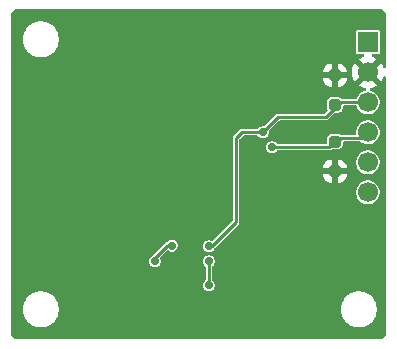
<source format=gbr>
%TF.GenerationSoftware,KiCad,Pcbnew,9.0.2*%
%TF.CreationDate,2025-06-11T21:50:26+08:00*%
%TF.ProjectId,imu,696d752e-6b69-4636-9164-5f7063625858,rev?*%
%TF.SameCoordinates,Original*%
%TF.FileFunction,Copper,L2,Bot*%
%TF.FilePolarity,Positive*%
%FSLAX46Y46*%
G04 Gerber Fmt 4.6, Leading zero omitted, Abs format (unit mm)*
G04 Created by KiCad (PCBNEW 9.0.2) date 2025-06-11 21:50:26*
%MOMM*%
%LPD*%
G01*
G04 APERTURE LIST*
G04 Aperture macros list*
%AMRoundRect*
0 Rectangle with rounded corners*
0 $1 Rounding radius*
0 $2 $3 $4 $5 $6 $7 $8 $9 X,Y pos of 4 corners*
0 Add a 4 corners polygon primitive as box body*
4,1,4,$2,$3,$4,$5,$6,$7,$8,$9,$2,$3,0*
0 Add four circle primitives for the rounded corners*
1,1,$1+$1,$2,$3*
1,1,$1+$1,$4,$5*
1,1,$1+$1,$6,$7*
1,1,$1+$1,$8,$9*
0 Add four rect primitives between the rounded corners*
20,1,$1+$1,$2,$3,$4,$5,0*
20,1,$1+$1,$4,$5,$6,$7,0*
20,1,$1+$1,$6,$7,$8,$9,0*
20,1,$1+$1,$8,$9,$2,$3,0*%
G04 Aperture macros list end*
%TA.AperFunction,ComponentPad*%
%ADD10R,1.700000X1.700000*%
%TD*%
%TA.AperFunction,ComponentPad*%
%ADD11C,1.700000*%
%TD*%
%TA.AperFunction,SMDPad,CuDef*%
%ADD12RoundRect,0.250000X-0.250000X0.250000X-0.250000X-0.250000X0.250000X-0.250000X0.250000X0.250000X0*%
%TD*%
%TA.AperFunction,SMDPad,CuDef*%
%ADD13RoundRect,0.250000X0.250000X-0.250000X0.250000X0.250000X-0.250000X0.250000X-0.250000X-0.250000X0*%
%TD*%
%TA.AperFunction,ViaPad*%
%ADD14C,0.800000*%
%TD*%
%TA.AperFunction,ViaPad*%
%ADD15C,0.700000*%
%TD*%
%TA.AperFunction,Conductor*%
%ADD16C,0.250000*%
%TD*%
G04 APERTURE END LIST*
D10*
%TO.P,J1,1,Pin_1*%
%TO.N,Net-(D1-A)*%
X89916000Y-21844000D03*
D11*
%TO.P,J1,2,Pin_2*%
%TO.N,GND*%
X89916000Y-24384000D03*
%TO.P,J1,3,Pin_3*%
%TO.N,SDA*%
X89916000Y-26924000D03*
%TO.P,J1,4,Pin_4*%
%TO.N,SCL*%
X89916000Y-29464000D03*
%TO.P,J1,5,Pin_5*%
%TO.N,INT0*%
X89916000Y-32004000D03*
%TO.P,J1,6,Pin_6*%
%TO.N,INT1*%
X89916000Y-34544000D03*
%TD*%
D12*
%TO.P,D5,1,A1*%
%TO.N,GND*%
X87122000Y-24658000D03*
%TO.P,D5,2,A2*%
%TO.N,SDA*%
X87122000Y-27158000D03*
%TD*%
D13*
%TO.P,D4,1,A1*%
%TO.N,GND*%
X87122000Y-32766000D03*
%TO.P,D4,2,A2*%
%TO.N,SCL*%
X87122000Y-30266000D03*
%TD*%
D14*
%TO.N,GND*%
X80264000Y-24130000D03*
X83312000Y-27178000D03*
X74168000Y-35560000D03*
X65024000Y-21082000D03*
X74168000Y-34036000D03*
X76454000Y-30988000D03*
X87376000Y-39370000D03*
X80010000Y-37084000D03*
X77216000Y-35560000D03*
X84836000Y-29464000D03*
X70358000Y-42418000D03*
X78740000Y-42418000D03*
X65024000Y-30226000D03*
X81280000Y-40132000D03*
X69342000Y-39370000D03*
X87376000Y-42418000D03*
X69342000Y-36322000D03*
X83312000Y-39370000D03*
X81280000Y-20066000D03*
X83566000Y-34036000D03*
X65024000Y-36322000D03*
X83312000Y-24130000D03*
X83312000Y-36322000D03*
X77724000Y-25908000D03*
X65024000Y-27178000D03*
X68072000Y-24130000D03*
X89408000Y-39370000D03*
X77216000Y-34036000D03*
X85852000Y-23876000D03*
X88138000Y-23368000D03*
X74422000Y-20066000D03*
X82550000Y-42418000D03*
X65024000Y-24130000D03*
X71120000Y-24130000D03*
X69342000Y-33274000D03*
X90043000Y-37719000D03*
X74168000Y-27940000D03*
X65024000Y-33274000D03*
D15*
%TO.N,+3V3*%
X76454000Y-42418000D03*
X76454000Y-40386000D03*
%TO.N,SDA*%
X81026000Y-29464000D03*
X76454000Y-39116000D03*
%TO.N,SCL*%
X81788000Y-30734000D03*
%TO.N,INT1*%
X73310293Y-39071000D03*
X71877347Y-40390653D03*
%TD*%
D16*
%TO.N,+3V3*%
X76454000Y-40386000D02*
X76454000Y-42418000D01*
%TO.N,SDA*%
X89916000Y-26924000D02*
X87610000Y-26924000D01*
X87610000Y-26924000D02*
X87376000Y-27158000D01*
X76708000Y-39116000D02*
X78740000Y-37084000D01*
X78740000Y-37084000D02*
X78740000Y-29972000D01*
X87376000Y-27158000D02*
X86340000Y-28194000D01*
X82296000Y-28194000D02*
X81026000Y-29464000D01*
X86340000Y-28194000D02*
X82296000Y-28194000D01*
X79248000Y-29464000D02*
X81026000Y-29464000D01*
X78740000Y-29972000D02*
X79248000Y-29464000D01*
X76454000Y-39116000D02*
X76708000Y-39116000D01*
%TO.N,SCL*%
X87082000Y-30266000D02*
X87376000Y-30266000D01*
X87670000Y-29972000D02*
X89408000Y-29972000D01*
X86614000Y-30734000D02*
X87082000Y-30266000D01*
X87376000Y-30266000D02*
X87670000Y-29972000D01*
X89408000Y-29972000D02*
X89916000Y-29464000D01*
X81788000Y-30734000D02*
X86614000Y-30734000D01*
%TO.N,INT1*%
X73310293Y-39071000D02*
X72898000Y-39071000D01*
X71877347Y-40091653D02*
X71877347Y-40390653D01*
X72898000Y-39071000D02*
X71877347Y-40091653D01*
%TD*%
%TA.AperFunction,Conductor*%
%TO.N,GND*%
G36*
X90948059Y-19051061D02*
G01*
X91053223Y-19064906D01*
X91084491Y-19073284D01*
X91174918Y-19110740D01*
X91202952Y-19126925D01*
X91280602Y-19186509D01*
X91303491Y-19209398D01*
X91363074Y-19287048D01*
X91379259Y-19315081D01*
X91416715Y-19405508D01*
X91425093Y-19436775D01*
X91438939Y-19541939D01*
X91440000Y-19558125D01*
X91440000Y-23922791D01*
X91420315Y-23989830D01*
X91367511Y-24035585D01*
X91298353Y-24045529D01*
X91234797Y-24016504D01*
X91198069Y-23961109D01*
X91167095Y-23865782D01*
X91070624Y-23676449D01*
X91031270Y-23622282D01*
X91031269Y-23622282D01*
X90398962Y-24254590D01*
X90381925Y-24191007D01*
X90316099Y-24076993D01*
X90223007Y-23983901D01*
X90108993Y-23918075D01*
X90045409Y-23901037D01*
X90677716Y-23268728D01*
X90623550Y-23229375D01*
X90434217Y-23132904D01*
X90291186Y-23086431D01*
X90233511Y-23046994D01*
X90206312Y-22982635D01*
X90218227Y-22913789D01*
X90265471Y-22862313D01*
X90329504Y-22844500D01*
X90780822Y-22844500D01*
X90824717Y-22835768D01*
X90824717Y-22835767D01*
X90824722Y-22835767D01*
X90874504Y-22802504D01*
X90907767Y-22752722D01*
X90916500Y-22708820D01*
X90916500Y-20979180D01*
X90916500Y-20979177D01*
X90907768Y-20935282D01*
X90907767Y-20935281D01*
X90907767Y-20935278D01*
X90874504Y-20885496D01*
X90862374Y-20877391D01*
X90824724Y-20852234D01*
X90824717Y-20852231D01*
X90780822Y-20843500D01*
X90780820Y-20843500D01*
X89051180Y-20843500D01*
X89051178Y-20843500D01*
X89007282Y-20852231D01*
X89007275Y-20852234D01*
X88957496Y-20885495D01*
X88957495Y-20885496D01*
X88924234Y-20935275D01*
X88924231Y-20935282D01*
X88915500Y-20979177D01*
X88915500Y-20979180D01*
X88915500Y-22708820D01*
X88915500Y-22708822D01*
X88915499Y-22708822D01*
X88924231Y-22752717D01*
X88924232Y-22752721D01*
X88924233Y-22752722D01*
X88957496Y-22802504D01*
X89007278Y-22835767D01*
X89007281Y-22835767D01*
X89007282Y-22835768D01*
X89051177Y-22844500D01*
X89502496Y-22844500D01*
X89569535Y-22864185D01*
X89615290Y-22916989D01*
X89625234Y-22986147D01*
X89596209Y-23049703D01*
X89540814Y-23086431D01*
X89397782Y-23132904D01*
X89208439Y-23229380D01*
X89154282Y-23268727D01*
X89154282Y-23268728D01*
X89786591Y-23901037D01*
X89723007Y-23918075D01*
X89608993Y-23983901D01*
X89515901Y-24076993D01*
X89450075Y-24191007D01*
X89433037Y-24254591D01*
X88800728Y-23622282D01*
X88800727Y-23622282D01*
X88761380Y-23676439D01*
X88664904Y-23865782D01*
X88599242Y-24067869D01*
X88599242Y-24067872D01*
X88566000Y-24277753D01*
X88566000Y-24490246D01*
X88599242Y-24700127D01*
X88599242Y-24700130D01*
X88664904Y-24902217D01*
X88761375Y-25091550D01*
X88800728Y-25145716D01*
X89433037Y-24513408D01*
X89450075Y-24576993D01*
X89515901Y-24691007D01*
X89608993Y-24784099D01*
X89723007Y-24849925D01*
X89786590Y-24866962D01*
X89154282Y-25499269D01*
X89154282Y-25499270D01*
X89208449Y-25538624D01*
X89397782Y-25635095D01*
X89599865Y-25700755D01*
X89658587Y-25710056D01*
X89721722Y-25739985D01*
X89758654Y-25799297D01*
X89757656Y-25869159D01*
X89719047Y-25927392D01*
X89663384Y-25954147D01*
X89624167Y-25961948D01*
X89624160Y-25961950D01*
X89442092Y-26037364D01*
X89442079Y-26037371D01*
X89278218Y-26146860D01*
X89278214Y-26146863D01*
X89138863Y-26286214D01*
X89138860Y-26286218D01*
X89029371Y-26450079D01*
X89029366Y-26450088D01*
X88978889Y-26571953D01*
X88935048Y-26626356D01*
X88868754Y-26648421D01*
X88864328Y-26648500D01*
X87730254Y-26648500D01*
X87663215Y-26628815D01*
X87642572Y-26612180D01*
X87610346Y-26579953D01*
X87610344Y-26579952D01*
X87610342Y-26579950D01*
X87533517Y-26540805D01*
X87497301Y-26522352D01*
X87403524Y-26507500D01*
X86840482Y-26507500D01*
X86759519Y-26520323D01*
X86746696Y-26522354D01*
X86633658Y-26579950D01*
X86633657Y-26579951D01*
X86633652Y-26579954D01*
X86543954Y-26669652D01*
X86543951Y-26669657D01*
X86486352Y-26782698D01*
X86471500Y-26876475D01*
X86471500Y-27439517D01*
X86486354Y-27533306D01*
X86487554Y-27535660D01*
X86488149Y-27538831D01*
X86489370Y-27542588D01*
X86488884Y-27542745D01*
X86500449Y-27604330D01*
X86474171Y-27669070D01*
X86464750Y-27679634D01*
X86262202Y-27882182D01*
X86200882Y-27915666D01*
X86174523Y-27918500D01*
X82241198Y-27918500D01*
X82169599Y-27948158D01*
X82139939Y-27960443D01*
X81173203Y-28927181D01*
X81111880Y-28960666D01*
X81085522Y-28963500D01*
X80960108Y-28963500D01*
X80832812Y-28997608D01*
X80718686Y-29063500D01*
X80718683Y-29063502D01*
X80630005Y-29152181D01*
X80568682Y-29185666D01*
X80542324Y-29188500D01*
X79193197Y-29188500D01*
X79121771Y-29218087D01*
X79121770Y-29218087D01*
X79091946Y-29230440D01*
X79091938Y-29230445D01*
X78583942Y-29738443D01*
X78506444Y-29815940D01*
X78464500Y-29917199D01*
X78464500Y-36918522D01*
X78444815Y-36985561D01*
X78428181Y-37006203D01*
X76801694Y-38632689D01*
X76740371Y-38666174D01*
X76670679Y-38661190D01*
X76652019Y-38652398D01*
X76647186Y-38649608D01*
X76519892Y-38615500D01*
X76388108Y-38615500D01*
X76260812Y-38649608D01*
X76146686Y-38715500D01*
X76146683Y-38715502D01*
X76053502Y-38808683D01*
X76053500Y-38808686D01*
X75987608Y-38922812D01*
X75953500Y-39050108D01*
X75953500Y-39181891D01*
X75987608Y-39309187D01*
X75987610Y-39309190D01*
X76053500Y-39423314D01*
X76146686Y-39516500D01*
X76260814Y-39582392D01*
X76388108Y-39616500D01*
X76388110Y-39616500D01*
X76519890Y-39616500D01*
X76519892Y-39616500D01*
X76647186Y-39582392D01*
X76761314Y-39516500D01*
X76854500Y-39423314D01*
X76920392Y-39309186D01*
X76920394Y-39309176D01*
X76922235Y-39304734D01*
X76949119Y-39264496D01*
X77643115Y-38570500D01*
X78973557Y-37240058D01*
X79015500Y-37138800D01*
X79015500Y-34642543D01*
X88915499Y-34642543D01*
X88953947Y-34835829D01*
X88953950Y-34835839D01*
X89029364Y-35017907D01*
X89029371Y-35017920D01*
X89138860Y-35181781D01*
X89138863Y-35181785D01*
X89278214Y-35321136D01*
X89278218Y-35321139D01*
X89442079Y-35430628D01*
X89442092Y-35430635D01*
X89624160Y-35506049D01*
X89624165Y-35506051D01*
X89624169Y-35506051D01*
X89624170Y-35506052D01*
X89817456Y-35544500D01*
X89817459Y-35544500D01*
X90014543Y-35544500D01*
X90144582Y-35518632D01*
X90207835Y-35506051D01*
X90389914Y-35430632D01*
X90553782Y-35321139D01*
X90693139Y-35181782D01*
X90802632Y-35017914D01*
X90878051Y-34835835D01*
X90916500Y-34642541D01*
X90916500Y-34445459D01*
X90916500Y-34445456D01*
X90878052Y-34252170D01*
X90878051Y-34252169D01*
X90878051Y-34252165D01*
X90878049Y-34252160D01*
X90802635Y-34070092D01*
X90802628Y-34070079D01*
X90693139Y-33906218D01*
X90693136Y-33906214D01*
X90553785Y-33766863D01*
X90553781Y-33766860D01*
X90389920Y-33657371D01*
X90389907Y-33657364D01*
X90207839Y-33581950D01*
X90207829Y-33581947D01*
X90014543Y-33543500D01*
X90014541Y-33543500D01*
X89817459Y-33543500D01*
X89817457Y-33543500D01*
X89624170Y-33581947D01*
X89624160Y-33581950D01*
X89442092Y-33657364D01*
X89442079Y-33657371D01*
X89278218Y-33766860D01*
X89278214Y-33766863D01*
X89138863Y-33906214D01*
X89138860Y-33906218D01*
X89029371Y-34070079D01*
X89029364Y-34070092D01*
X88953950Y-34252160D01*
X88953947Y-34252170D01*
X88915500Y-34445456D01*
X88915500Y-34445459D01*
X88915500Y-34642541D01*
X88915500Y-34642543D01*
X88915499Y-34642543D01*
X79015500Y-34642543D01*
X79015500Y-33065986D01*
X86122001Y-33065986D01*
X86132494Y-33168697D01*
X86187641Y-33335119D01*
X86187643Y-33335124D01*
X86279684Y-33484345D01*
X86403654Y-33608315D01*
X86552875Y-33700356D01*
X86552880Y-33700358D01*
X86719302Y-33755505D01*
X86719309Y-33755506D01*
X86822019Y-33765999D01*
X87372000Y-33765999D01*
X87421972Y-33765999D01*
X87421986Y-33765998D01*
X87524697Y-33755505D01*
X87691119Y-33700358D01*
X87691124Y-33700356D01*
X87840345Y-33608315D01*
X87964315Y-33484345D01*
X88056356Y-33335124D01*
X88056358Y-33335119D01*
X88111505Y-33168697D01*
X88111506Y-33168690D01*
X88121999Y-33065986D01*
X88122000Y-33065973D01*
X88122000Y-33016000D01*
X87372000Y-33016000D01*
X87372000Y-33765999D01*
X86822019Y-33765999D01*
X86871999Y-33765998D01*
X86872000Y-33765998D01*
X86872000Y-33016000D01*
X86122001Y-33016000D01*
X86122001Y-33065986D01*
X79015500Y-33065986D01*
X79015500Y-32466013D01*
X86122000Y-32466013D01*
X86122000Y-32516000D01*
X86872000Y-32516000D01*
X87372000Y-32516000D01*
X88121999Y-32516000D01*
X88121999Y-32466028D01*
X88121998Y-32466013D01*
X88111505Y-32363302D01*
X88056358Y-32196880D01*
X88056356Y-32196875D01*
X87998171Y-32102543D01*
X88915499Y-32102543D01*
X88953947Y-32295829D01*
X88953950Y-32295839D01*
X89029364Y-32477907D01*
X89029371Y-32477920D01*
X89138860Y-32641781D01*
X89138863Y-32641785D01*
X89278214Y-32781136D01*
X89278218Y-32781139D01*
X89442079Y-32890628D01*
X89442092Y-32890635D01*
X89624160Y-32966049D01*
X89624165Y-32966051D01*
X89624169Y-32966051D01*
X89624170Y-32966052D01*
X89817456Y-33004500D01*
X89817459Y-33004500D01*
X90014543Y-33004500D01*
X90144582Y-32978632D01*
X90207835Y-32966051D01*
X90389914Y-32890632D01*
X90553782Y-32781139D01*
X90693139Y-32641782D01*
X90802632Y-32477914D01*
X90878051Y-32295835D01*
X90916500Y-32102541D01*
X90916500Y-31905459D01*
X90916500Y-31905456D01*
X90878052Y-31712170D01*
X90878051Y-31712169D01*
X90878051Y-31712165D01*
X90878049Y-31712160D01*
X90802635Y-31530092D01*
X90802628Y-31530079D01*
X90693139Y-31366218D01*
X90693136Y-31366214D01*
X90553785Y-31226863D01*
X90553781Y-31226860D01*
X90389920Y-31117371D01*
X90389907Y-31117364D01*
X90207839Y-31041950D01*
X90207829Y-31041947D01*
X90014543Y-31003500D01*
X90014541Y-31003500D01*
X89817459Y-31003500D01*
X89817457Y-31003500D01*
X89624170Y-31041947D01*
X89624160Y-31041950D01*
X89442092Y-31117364D01*
X89442079Y-31117371D01*
X89278218Y-31226860D01*
X89278214Y-31226863D01*
X89138863Y-31366214D01*
X89138860Y-31366218D01*
X89029371Y-31530079D01*
X89029364Y-31530092D01*
X88953950Y-31712160D01*
X88953947Y-31712170D01*
X88915500Y-31905456D01*
X88915500Y-31905459D01*
X88915500Y-32102541D01*
X88915500Y-32102543D01*
X88915499Y-32102543D01*
X87998171Y-32102543D01*
X87964315Y-32047654D01*
X87840345Y-31923684D01*
X87691124Y-31831643D01*
X87691119Y-31831641D01*
X87524697Y-31776494D01*
X87524690Y-31776493D01*
X87421986Y-31766000D01*
X87372000Y-31766000D01*
X87372000Y-32516000D01*
X86872000Y-32516000D01*
X86872000Y-31766000D01*
X86871999Y-31765999D01*
X86822029Y-31766000D01*
X86822011Y-31766001D01*
X86719302Y-31776494D01*
X86552880Y-31831641D01*
X86552875Y-31831643D01*
X86403654Y-31923684D01*
X86279684Y-32047654D01*
X86187643Y-32196875D01*
X86187641Y-32196880D01*
X86132494Y-32363302D01*
X86132493Y-32363309D01*
X86122000Y-32466013D01*
X79015500Y-32466013D01*
X79015500Y-30668108D01*
X81287500Y-30668108D01*
X81287500Y-30799892D01*
X81299332Y-30844050D01*
X81321608Y-30927187D01*
X81336409Y-30952822D01*
X81387500Y-31041314D01*
X81480686Y-31134500D01*
X81594814Y-31200392D01*
X81722108Y-31234500D01*
X81722110Y-31234500D01*
X81853890Y-31234500D01*
X81853892Y-31234500D01*
X81981186Y-31200392D01*
X82095314Y-31134500D01*
X82183995Y-31045819D01*
X82245318Y-31012334D01*
X82271676Y-31009500D01*
X86668799Y-31009500D01*
X86668800Y-31009500D01*
X86770058Y-30967557D01*
X86784794Y-30952819D01*
X86846113Y-30919334D01*
X86872467Y-30916499D01*
X87403518Y-30916499D01*
X87497304Y-30901646D01*
X87610342Y-30844050D01*
X87700050Y-30754342D01*
X87757646Y-30641304D01*
X87757646Y-30641302D01*
X87757647Y-30641301D01*
X87772499Y-30547524D01*
X87772500Y-30547519D01*
X87772499Y-30371499D01*
X87792183Y-30304461D01*
X87844987Y-30258706D01*
X87896499Y-30247500D01*
X89250123Y-30247500D01*
X89317162Y-30267185D01*
X89319014Y-30268398D01*
X89442079Y-30350628D01*
X89442092Y-30350635D01*
X89564987Y-30401539D01*
X89624165Y-30426051D01*
X89624169Y-30426051D01*
X89624170Y-30426052D01*
X89817456Y-30464500D01*
X89817459Y-30464500D01*
X90014543Y-30464500D01*
X90144582Y-30438632D01*
X90207835Y-30426051D01*
X90389914Y-30350632D01*
X90553782Y-30241139D01*
X90693139Y-30101782D01*
X90802632Y-29937914D01*
X90878051Y-29755835D01*
X90903011Y-29630354D01*
X90916500Y-29562543D01*
X90916500Y-29365456D01*
X90878052Y-29172170D01*
X90878051Y-29172169D01*
X90878051Y-29172165D01*
X90878049Y-29172160D01*
X90802635Y-28990092D01*
X90802628Y-28990079D01*
X90693139Y-28826218D01*
X90693136Y-28826214D01*
X90553785Y-28686863D01*
X90553781Y-28686860D01*
X90389920Y-28577371D01*
X90389907Y-28577364D01*
X90207839Y-28501950D01*
X90207829Y-28501947D01*
X90014543Y-28463500D01*
X90014541Y-28463500D01*
X89817459Y-28463500D01*
X89817457Y-28463500D01*
X89624170Y-28501947D01*
X89624160Y-28501950D01*
X89442092Y-28577364D01*
X89442079Y-28577371D01*
X89278218Y-28686860D01*
X89278214Y-28686863D01*
X89138863Y-28826214D01*
X89138860Y-28826218D01*
X89029371Y-28990079D01*
X89029364Y-28990092D01*
X88953950Y-29172160D01*
X88953947Y-29172170D01*
X88915500Y-29365456D01*
X88915500Y-29568633D01*
X88913711Y-29568633D01*
X88902267Y-29628988D01*
X88854204Y-29679700D01*
X88791881Y-29696500D01*
X87656891Y-29696500D01*
X87600599Y-29682985D01*
X87497304Y-29630354D01*
X87497303Y-29630353D01*
X87497300Y-29630352D01*
X87497301Y-29630352D01*
X87403524Y-29615500D01*
X86840482Y-29615500D01*
X86759519Y-29628323D01*
X86746696Y-29630354D01*
X86633658Y-29687950D01*
X86633657Y-29687951D01*
X86633652Y-29687954D01*
X86543954Y-29777652D01*
X86543951Y-29777657D01*
X86486352Y-29890698D01*
X86471500Y-29984475D01*
X86471501Y-30334500D01*
X86451817Y-30401539D01*
X86399013Y-30447294D01*
X86347501Y-30458500D01*
X82271676Y-30458500D01*
X82204637Y-30438815D01*
X82183995Y-30422181D01*
X82095316Y-30333502D01*
X82095314Y-30333500D01*
X82038250Y-30300554D01*
X81981187Y-30267608D01*
X81882390Y-30241136D01*
X81853892Y-30233500D01*
X81722108Y-30233500D01*
X81594812Y-30267608D01*
X81480686Y-30333500D01*
X81480683Y-30333502D01*
X81387502Y-30426683D01*
X81387500Y-30426686D01*
X81321608Y-30540812D01*
X81319811Y-30547519D01*
X81287500Y-30668108D01*
X79015500Y-30668108D01*
X79015500Y-30137477D01*
X79035185Y-30070438D01*
X79051819Y-30049796D01*
X79325797Y-29775819D01*
X79387120Y-29742334D01*
X79413478Y-29739500D01*
X80542324Y-29739500D01*
X80609363Y-29759185D01*
X80630005Y-29775819D01*
X80718686Y-29864500D01*
X80832814Y-29930392D01*
X80960108Y-29964500D01*
X80960110Y-29964500D01*
X81091890Y-29964500D01*
X81091892Y-29964500D01*
X81219186Y-29930392D01*
X81333314Y-29864500D01*
X81426500Y-29771314D01*
X81492392Y-29657186D01*
X81526500Y-29529892D01*
X81526500Y-29404476D01*
X81546185Y-29337437D01*
X81562819Y-29316795D01*
X82373797Y-28505819D01*
X82435120Y-28472334D01*
X82461478Y-28469500D01*
X86394799Y-28469500D01*
X86394800Y-28469500D01*
X86496058Y-28427557D01*
X86573557Y-28350058D01*
X86573556Y-28350058D01*
X86632125Y-28291489D01*
X87078797Y-27844818D01*
X87140120Y-27811333D01*
X87166478Y-27808499D01*
X87403517Y-27808499D01*
X87403518Y-27808499D01*
X87497304Y-27793646D01*
X87610342Y-27736050D01*
X87700050Y-27646342D01*
X87757646Y-27533304D01*
X87757646Y-27533302D01*
X87757647Y-27533301D01*
X87772500Y-27439524D01*
X87772500Y-27323500D01*
X87792185Y-27256461D01*
X87844989Y-27210706D01*
X87896500Y-27199500D01*
X88864328Y-27199500D01*
X88931367Y-27219185D01*
X88977122Y-27271989D01*
X88978889Y-27276047D01*
X89029366Y-27397911D01*
X89029371Y-27397920D01*
X89138860Y-27561781D01*
X89138863Y-27561785D01*
X89278214Y-27701136D01*
X89278218Y-27701139D01*
X89442079Y-27810628D01*
X89442092Y-27810635D01*
X89614822Y-27882181D01*
X89624165Y-27886051D01*
X89624169Y-27886051D01*
X89624170Y-27886052D01*
X89817456Y-27924500D01*
X89817459Y-27924500D01*
X90014543Y-27924500D01*
X90144582Y-27898632D01*
X90207835Y-27886051D01*
X90389914Y-27810632D01*
X90553782Y-27701139D01*
X90693139Y-27561782D01*
X90802632Y-27397914D01*
X90878051Y-27215835D01*
X90916500Y-27022541D01*
X90916500Y-26825459D01*
X90916500Y-26825456D01*
X90878052Y-26632170D01*
X90878051Y-26632169D01*
X90878051Y-26632165D01*
X90856424Y-26579953D01*
X90802635Y-26450092D01*
X90802628Y-26450079D01*
X90693139Y-26286218D01*
X90693136Y-26286214D01*
X90553785Y-26146863D01*
X90553781Y-26146860D01*
X90389920Y-26037371D01*
X90389907Y-26037364D01*
X90207839Y-25961950D01*
X90207830Y-25961947D01*
X90168616Y-25954147D01*
X90106705Y-25921761D01*
X90072132Y-25861045D01*
X90075873Y-25791275D01*
X90116740Y-25734604D01*
X90173412Y-25710056D01*
X90232134Y-25700755D01*
X90434217Y-25635095D01*
X90623554Y-25538622D01*
X90677716Y-25499270D01*
X90677717Y-25499270D01*
X90045408Y-24866962D01*
X90108993Y-24849925D01*
X90223007Y-24784099D01*
X90316099Y-24691007D01*
X90381925Y-24576993D01*
X90398962Y-24513409D01*
X91031270Y-25145717D01*
X91031270Y-25145716D01*
X91070622Y-25091554D01*
X91167095Y-24902217D01*
X91198069Y-24806890D01*
X91237506Y-24749215D01*
X91301865Y-24722016D01*
X91370711Y-24733930D01*
X91422187Y-24781174D01*
X91440000Y-24845208D01*
X91440000Y-46481874D01*
X91438939Y-46498059D01*
X91438939Y-46498060D01*
X91425093Y-46603224D01*
X91416715Y-46634491D01*
X91379259Y-46724918D01*
X91363074Y-46752951D01*
X91303491Y-46830601D01*
X91280601Y-46853491D01*
X91202951Y-46913074D01*
X91174918Y-46929259D01*
X91084491Y-46966715D01*
X91053224Y-46975093D01*
X90959398Y-46987446D01*
X90948058Y-46988939D01*
X90931874Y-46990000D01*
X60198126Y-46990000D01*
X60181941Y-46988939D01*
X60168917Y-46987224D01*
X60076775Y-46975093D01*
X60045508Y-46966715D01*
X59955081Y-46929259D01*
X59927048Y-46913074D01*
X59849398Y-46853491D01*
X59826508Y-46830601D01*
X59766925Y-46752951D01*
X59750740Y-46724918D01*
X59713284Y-46634491D01*
X59704906Y-46603223D01*
X59691061Y-46498059D01*
X59690000Y-46481874D01*
X59690000Y-44449999D01*
X60703521Y-44449999D01*
X60705098Y-44469533D01*
X60705500Y-44479511D01*
X60705500Y-44569985D01*
X60720475Y-44664534D01*
X60720475Y-44664535D01*
X60723767Y-44685323D01*
X60724894Y-44694603D01*
X60726423Y-44702095D01*
X60729677Y-44722638D01*
X60729679Y-44722646D01*
X60743038Y-44806989D01*
X60774316Y-44903254D01*
X60774316Y-44903255D01*
X60781018Y-44923883D01*
X60783622Y-44932872D01*
X60785833Y-44938703D01*
X60792320Y-44958667D01*
X60817188Y-45035200D01*
X60817190Y-45035205D01*
X60865743Y-45130497D01*
X60876154Y-45150929D01*
X60879810Y-45158634D01*
X60882109Y-45162617D01*
X60891765Y-45181566D01*
X60926131Y-45249012D01*
X61007299Y-45360730D01*
X61010967Y-45366043D01*
X61012709Y-45368177D01*
X61067177Y-45443145D01*
X61067179Y-45443147D01*
X61172213Y-45548181D01*
X61173698Y-45549727D01*
X61174232Y-45550200D01*
X61236858Y-45612826D01*
X61288880Y-45650622D01*
X61414850Y-45742144D01*
X61430986Y-45753868D01*
X61430988Y-45753869D01*
X61644795Y-45862810D01*
X61873012Y-45936962D01*
X62110019Y-45974500D01*
X62110021Y-45974500D01*
X62349979Y-45974500D01*
X62349981Y-45974500D01*
X62586988Y-45936962D01*
X62815205Y-45862810D01*
X63029012Y-45753869D01*
X63223145Y-45612823D01*
X63392823Y-45443145D01*
X63533869Y-45249012D01*
X63642810Y-45035205D01*
X63716962Y-44806988D01*
X63717173Y-44805654D01*
X63754500Y-44569986D01*
X63754500Y-44449999D01*
X87627521Y-44449999D01*
X87629098Y-44469533D01*
X87629500Y-44479511D01*
X87629500Y-44569985D01*
X87644475Y-44664534D01*
X87644475Y-44664535D01*
X87647767Y-44685323D01*
X87648894Y-44694603D01*
X87650423Y-44702095D01*
X87653677Y-44722638D01*
X87653679Y-44722646D01*
X87667038Y-44806989D01*
X87698316Y-44903254D01*
X87698316Y-44903255D01*
X87705018Y-44923883D01*
X87707622Y-44932872D01*
X87709833Y-44938703D01*
X87716320Y-44958667D01*
X87741188Y-45035200D01*
X87741190Y-45035205D01*
X87789743Y-45130497D01*
X87800154Y-45150929D01*
X87803810Y-45158634D01*
X87806109Y-45162617D01*
X87815765Y-45181566D01*
X87850131Y-45249012D01*
X87931299Y-45360730D01*
X87934967Y-45366043D01*
X87936709Y-45368177D01*
X87991177Y-45443145D01*
X87991179Y-45443147D01*
X88096213Y-45548181D01*
X88097698Y-45549727D01*
X88098232Y-45550200D01*
X88160858Y-45612826D01*
X88212880Y-45650622D01*
X88338850Y-45742144D01*
X88354986Y-45753868D01*
X88354988Y-45753869D01*
X88568795Y-45862810D01*
X88797012Y-45936962D01*
X89034019Y-45974500D01*
X89034021Y-45974500D01*
X89273979Y-45974500D01*
X89273981Y-45974500D01*
X89510988Y-45936962D01*
X89739205Y-45862810D01*
X89953012Y-45753869D01*
X90147145Y-45612823D01*
X90316823Y-45443145D01*
X90457869Y-45249012D01*
X90566810Y-45035205D01*
X90640962Y-44806988D01*
X90641173Y-44805654D01*
X90678500Y-44569986D01*
X90678500Y-44330013D01*
X90640962Y-44093011D01*
X90602976Y-43976104D01*
X90566810Y-43864795D01*
X90457869Y-43650988D01*
X90316823Y-43456855D01*
X90147145Y-43287177D01*
X89953012Y-43146131D01*
X89739205Y-43037190D01*
X89739202Y-43037189D01*
X89739200Y-43037188D01*
X89701947Y-43025083D01*
X89687540Y-43020402D01*
X89510986Y-42963037D01*
X89470690Y-42956655D01*
X89470689Y-42956655D01*
X89443922Y-42952415D01*
X89443920Y-42952414D01*
X89273987Y-42925500D01*
X89273981Y-42925500D01*
X89034019Y-42925500D01*
X89034017Y-42925500D01*
X88985523Y-42933178D01*
X88985524Y-42933179D01*
X88945691Y-42939489D01*
X88945689Y-42939488D01*
X88945689Y-42939489D01*
X88797017Y-42963037D01*
X88797005Y-42963039D01*
X88746283Y-42979518D01*
X88746284Y-42979519D01*
X88703502Y-42993420D01*
X88568794Y-43037190D01*
X88568786Y-43037194D01*
X88517441Y-43063353D01*
X88517442Y-43063354D01*
X88474001Y-43085487D01*
X88474001Y-43085488D01*
X88354993Y-43146127D01*
X88354986Y-43146131D01*
X88304820Y-43182577D01*
X88304821Y-43182578D01*
X88262953Y-43212997D01*
X88160851Y-43287179D01*
X88113853Y-43334177D01*
X88098208Y-43349821D01*
X88097698Y-43350273D01*
X88096284Y-43351744D01*
X88075606Y-43372422D01*
X88075590Y-43372440D01*
X87991175Y-43456857D01*
X87949431Y-43514312D01*
X87936699Y-43531834D01*
X87934967Y-43533957D01*
X87931337Y-43539215D01*
X87916527Y-43559600D01*
X87850134Y-43650982D01*
X87815770Y-43718423D01*
X87806104Y-43737391D01*
X87803810Y-43741366D01*
X87800162Y-43749054D01*
X87789746Y-43769496D01*
X87789744Y-43769497D01*
X87741191Y-43864790D01*
X87741190Y-43864792D01*
X87716320Y-43941329D01*
X87716321Y-43941330D01*
X87709831Y-43961300D01*
X87707622Y-43967128D01*
X87705021Y-43976104D01*
X87698314Y-43996749D01*
X87667038Y-44093008D01*
X87653679Y-44177354D01*
X87653679Y-44177356D01*
X87650425Y-44197897D01*
X87648894Y-44205397D01*
X87647768Y-44214670D01*
X87644478Y-44235440D01*
X87644477Y-44235450D01*
X87629500Y-44330018D01*
X87629500Y-44420487D01*
X87629098Y-44430464D01*
X87627521Y-44449999D01*
X63754500Y-44449999D01*
X63754500Y-44330013D01*
X63716962Y-44093011D01*
X63678976Y-43976104D01*
X63642810Y-43864795D01*
X63533869Y-43650988D01*
X63392823Y-43456855D01*
X63223145Y-43287177D01*
X63029012Y-43146131D01*
X62815205Y-43037190D01*
X62815202Y-43037189D01*
X62815200Y-43037188D01*
X62777947Y-43025083D01*
X62763540Y-43020402D01*
X62586986Y-42963037D01*
X62546690Y-42956655D01*
X62546689Y-42956655D01*
X62519922Y-42952415D01*
X62519920Y-42952414D01*
X62349987Y-42925500D01*
X62349981Y-42925500D01*
X62110019Y-42925500D01*
X62110017Y-42925500D01*
X62061523Y-42933178D01*
X62061524Y-42933179D01*
X62021691Y-42939489D01*
X62021689Y-42939488D01*
X62021689Y-42939489D01*
X61873017Y-42963037D01*
X61873005Y-42963039D01*
X61822283Y-42979518D01*
X61822284Y-42979519D01*
X61779502Y-42993420D01*
X61644794Y-43037190D01*
X61644786Y-43037194D01*
X61593441Y-43063353D01*
X61593442Y-43063354D01*
X61550001Y-43085487D01*
X61550001Y-43085488D01*
X61430993Y-43146127D01*
X61430986Y-43146131D01*
X61380820Y-43182577D01*
X61380821Y-43182578D01*
X61338953Y-43212997D01*
X61236851Y-43287179D01*
X61189853Y-43334177D01*
X61174208Y-43349821D01*
X61173698Y-43350273D01*
X61172284Y-43351744D01*
X61151606Y-43372422D01*
X61151590Y-43372440D01*
X61067175Y-43456857D01*
X61025431Y-43514312D01*
X61012699Y-43531834D01*
X61010967Y-43533957D01*
X61007337Y-43539215D01*
X60992527Y-43559600D01*
X60926134Y-43650982D01*
X60891770Y-43718423D01*
X60882104Y-43737391D01*
X60879810Y-43741366D01*
X60876162Y-43749054D01*
X60865746Y-43769496D01*
X60865744Y-43769497D01*
X60817191Y-43864790D01*
X60817190Y-43864792D01*
X60792320Y-43941329D01*
X60792321Y-43941330D01*
X60785831Y-43961300D01*
X60783622Y-43967128D01*
X60781021Y-43976104D01*
X60774314Y-43996749D01*
X60743038Y-44093008D01*
X60729679Y-44177354D01*
X60729679Y-44177356D01*
X60726425Y-44197897D01*
X60724894Y-44205397D01*
X60723768Y-44214670D01*
X60720478Y-44235440D01*
X60720477Y-44235450D01*
X60705500Y-44330018D01*
X60705500Y-44420487D01*
X60705098Y-44430464D01*
X60703521Y-44449999D01*
X59690000Y-44449999D01*
X59690000Y-40324761D01*
X71376847Y-40324761D01*
X71376847Y-40456544D01*
X71410955Y-40583840D01*
X71443901Y-40640903D01*
X71476847Y-40697967D01*
X71570033Y-40791153D01*
X71684161Y-40857045D01*
X71811455Y-40891153D01*
X71811457Y-40891153D01*
X71943237Y-40891153D01*
X71943239Y-40891153D01*
X72070533Y-40857045D01*
X72184661Y-40791153D01*
X72277847Y-40697967D01*
X72343739Y-40583839D01*
X72377847Y-40456545D01*
X72377847Y-40324761D01*
X72376600Y-40320108D01*
X75953500Y-40320108D01*
X75953500Y-40451892D01*
X75954747Y-40456545D01*
X75987608Y-40579187D01*
X76020554Y-40636250D01*
X76053500Y-40693314D01*
X76053502Y-40693316D01*
X76142181Y-40781995D01*
X76175666Y-40843318D01*
X76178500Y-40869676D01*
X76178500Y-41934324D01*
X76158815Y-42001363D01*
X76142181Y-42022005D01*
X76053502Y-42110683D01*
X76053500Y-42110686D01*
X75987608Y-42224812D01*
X75953500Y-42352108D01*
X75953500Y-42483891D01*
X75987608Y-42611187D01*
X76020554Y-42668250D01*
X76053500Y-42725314D01*
X76146686Y-42818500D01*
X76260814Y-42884392D01*
X76388108Y-42918500D01*
X76388110Y-42918500D01*
X76519890Y-42918500D01*
X76519892Y-42918500D01*
X76647186Y-42884392D01*
X76761314Y-42818500D01*
X76854500Y-42725314D01*
X76920392Y-42611186D01*
X76954500Y-42483892D01*
X76954500Y-42352108D01*
X76920392Y-42224814D01*
X76854500Y-42110686D01*
X76765819Y-42022005D01*
X76732334Y-41960682D01*
X76729500Y-41934324D01*
X76729500Y-40869676D01*
X76749185Y-40802637D01*
X76765819Y-40781995D01*
X76854500Y-40693314D01*
X76920392Y-40579186D01*
X76954500Y-40451892D01*
X76954500Y-40320108D01*
X76920392Y-40192814D01*
X76854500Y-40078686D01*
X76761314Y-39985500D01*
X76697987Y-39948938D01*
X76647187Y-39919608D01*
X76583539Y-39902554D01*
X76519892Y-39885500D01*
X76388108Y-39885500D01*
X76260812Y-39919608D01*
X76146686Y-39985500D01*
X76146683Y-39985502D01*
X76053502Y-40078683D01*
X76053500Y-40078686D01*
X75987608Y-40192812D01*
X75986361Y-40197467D01*
X75953500Y-40320108D01*
X72376600Y-40320108D01*
X72343739Y-40197467D01*
X72318122Y-40153097D01*
X72314131Y-40141022D01*
X72313367Y-40118300D01*
X72308007Y-40096207D01*
X72312215Y-40084048D01*
X72311783Y-40071192D01*
X72323424Y-40051664D01*
X72330860Y-40030181D01*
X72344179Y-40014434D01*
X72862247Y-39496367D01*
X72923566Y-39462885D01*
X72993258Y-39467869D01*
X73011915Y-39476659D01*
X73117107Y-39537392D01*
X73244401Y-39571500D01*
X73244403Y-39571500D01*
X73376183Y-39571500D01*
X73376185Y-39571500D01*
X73503479Y-39537392D01*
X73617607Y-39471500D01*
X73710793Y-39378314D01*
X73776685Y-39264186D01*
X73810793Y-39136892D01*
X73810793Y-39005108D01*
X73776685Y-38877814D01*
X73710793Y-38763686D01*
X73617607Y-38670500D01*
X73552117Y-38632689D01*
X73503480Y-38604608D01*
X73439832Y-38587554D01*
X73376185Y-38570500D01*
X73244401Y-38570500D01*
X73117105Y-38604608D01*
X73002979Y-38670500D01*
X72913213Y-38760266D01*
X72869058Y-38788694D01*
X72850902Y-38795500D01*
X72843200Y-38795500D01*
X72771772Y-38825087D01*
X72769839Y-38825887D01*
X72769806Y-38825900D01*
X72741946Y-38837440D01*
X72741938Y-38837445D01*
X71721796Y-39857588D01*
X71721747Y-39857637D01*
X71721289Y-39858096D01*
X71643790Y-39935595D01*
X71642631Y-39938391D01*
X71632299Y-39948938D01*
X71620950Y-39955286D01*
X71605726Y-39969545D01*
X71570036Y-39990151D01*
X71570030Y-39990155D01*
X71476849Y-40083336D01*
X71476847Y-40083339D01*
X71410955Y-40197465D01*
X71376847Y-40324761D01*
X59690000Y-40324761D01*
X59690000Y-24957986D01*
X86122001Y-24957986D01*
X86132494Y-25060697D01*
X86187641Y-25227119D01*
X86187643Y-25227124D01*
X86279684Y-25376345D01*
X86403654Y-25500315D01*
X86552875Y-25592356D01*
X86552880Y-25592358D01*
X86719302Y-25647505D01*
X86719309Y-25647506D01*
X86822019Y-25657999D01*
X87372000Y-25657999D01*
X87421972Y-25657999D01*
X87421986Y-25657998D01*
X87524697Y-25647505D01*
X87691119Y-25592358D01*
X87691124Y-25592356D01*
X87840345Y-25500315D01*
X87964315Y-25376345D01*
X88056356Y-25227124D01*
X88056358Y-25227119D01*
X88111505Y-25060697D01*
X88111506Y-25060690D01*
X88121999Y-24957986D01*
X88122000Y-24957973D01*
X88122000Y-24908000D01*
X87372000Y-24908000D01*
X87372000Y-25657999D01*
X86822019Y-25657999D01*
X86871999Y-25657998D01*
X86872000Y-25657998D01*
X86872000Y-24908000D01*
X86122001Y-24908000D01*
X86122001Y-24957986D01*
X59690000Y-24957986D01*
X59690000Y-24358013D01*
X86122000Y-24358013D01*
X86122000Y-24408000D01*
X86872000Y-24408000D01*
X87372000Y-24408000D01*
X88121999Y-24408000D01*
X88121999Y-24358028D01*
X88121998Y-24358011D01*
X88114589Y-24285482D01*
X88111505Y-24255302D01*
X88056358Y-24088880D01*
X88056356Y-24088875D01*
X87964315Y-23939654D01*
X87840345Y-23815684D01*
X87691124Y-23723643D01*
X87691119Y-23723641D01*
X87524697Y-23668494D01*
X87524690Y-23668493D01*
X87421986Y-23658000D01*
X87372000Y-23658000D01*
X87372000Y-24408000D01*
X86872000Y-24408000D01*
X86872000Y-23658000D01*
X86871999Y-23657999D01*
X86822029Y-23658000D01*
X86822011Y-23658001D01*
X86719302Y-23668494D01*
X86552880Y-23723641D01*
X86552875Y-23723643D01*
X86403654Y-23815684D01*
X86279684Y-23939654D01*
X86187643Y-24088875D01*
X86187641Y-24088880D01*
X86132494Y-24255302D01*
X86132493Y-24255309D01*
X86122000Y-24358013D01*
X59690000Y-24358013D01*
X59690000Y-21589999D01*
X60703521Y-21589999D01*
X60705098Y-21609533D01*
X60705500Y-21619511D01*
X60705500Y-21709985D01*
X60720475Y-21804534D01*
X60720475Y-21804535D01*
X60723767Y-21825323D01*
X60724894Y-21834603D01*
X60726423Y-21842095D01*
X60729677Y-21862638D01*
X60729679Y-21862646D01*
X60743038Y-21946989D01*
X60774316Y-22043254D01*
X60774316Y-22043255D01*
X60781018Y-22063883D01*
X60783622Y-22072872D01*
X60785833Y-22078703D01*
X60792320Y-22098667D01*
X60817188Y-22175200D01*
X60817190Y-22175205D01*
X60865743Y-22270497D01*
X60876154Y-22290929D01*
X60879810Y-22298634D01*
X60882109Y-22302617D01*
X60891765Y-22321566D01*
X60926131Y-22389012D01*
X61007299Y-22500730D01*
X61010967Y-22506043D01*
X61012709Y-22508177D01*
X61067177Y-22583145D01*
X61067179Y-22583147D01*
X61172213Y-22688181D01*
X61173698Y-22689727D01*
X61174232Y-22690200D01*
X61236858Y-22752826D01*
X61288880Y-22790622D01*
X61390132Y-22864185D01*
X61430986Y-22893868D01*
X61430988Y-22893869D01*
X61644795Y-23002810D01*
X61873012Y-23076962D01*
X62110019Y-23114500D01*
X62110021Y-23114500D01*
X62349979Y-23114500D01*
X62349981Y-23114500D01*
X62586988Y-23076962D01*
X62815205Y-23002810D01*
X63029012Y-22893869D01*
X63223145Y-22752823D01*
X63392823Y-22583145D01*
X63533869Y-22389012D01*
X63642810Y-22175205D01*
X63716962Y-21946988D01*
X63717173Y-21945654D01*
X63754500Y-21709986D01*
X63754500Y-21470013D01*
X63716962Y-21233011D01*
X63644958Y-21011406D01*
X63642810Y-21004795D01*
X63533869Y-20790988D01*
X63392823Y-20596855D01*
X63223145Y-20427177D01*
X63029012Y-20286131D01*
X62815205Y-20177190D01*
X62815202Y-20177189D01*
X62815200Y-20177188D01*
X62777947Y-20165083D01*
X62763540Y-20160402D01*
X62586986Y-20103037D01*
X62546690Y-20096655D01*
X62546689Y-20096655D01*
X62519922Y-20092415D01*
X62519920Y-20092414D01*
X62349987Y-20065500D01*
X62349981Y-20065500D01*
X62110019Y-20065500D01*
X62110017Y-20065500D01*
X62061523Y-20073178D01*
X62061524Y-20073179D01*
X62021691Y-20079489D01*
X62021689Y-20079488D01*
X62021689Y-20079489D01*
X61873017Y-20103037D01*
X61873005Y-20103039D01*
X61822283Y-20119518D01*
X61822284Y-20119519D01*
X61779502Y-20133420D01*
X61644794Y-20177190D01*
X61644786Y-20177194D01*
X61593441Y-20203353D01*
X61593442Y-20203354D01*
X61550001Y-20225487D01*
X61550001Y-20225488D01*
X61430993Y-20286127D01*
X61430986Y-20286131D01*
X61380820Y-20322577D01*
X61380821Y-20322578D01*
X61338953Y-20352997D01*
X61236851Y-20427179D01*
X61189853Y-20474177D01*
X61174208Y-20489821D01*
X61173698Y-20490273D01*
X61172284Y-20491744D01*
X61151606Y-20512422D01*
X61151590Y-20512440D01*
X61067175Y-20596857D01*
X61025431Y-20654312D01*
X61012699Y-20671834D01*
X61010967Y-20673957D01*
X61007337Y-20679215D01*
X60992527Y-20699600D01*
X60926134Y-20790982D01*
X60891770Y-20858423D01*
X60882104Y-20877391D01*
X60879810Y-20881366D01*
X60876162Y-20889054D01*
X60865746Y-20909496D01*
X60865744Y-20909497D01*
X60817191Y-21004790D01*
X60817190Y-21004792D01*
X60792320Y-21081329D01*
X60792321Y-21081330D01*
X60785831Y-21101300D01*
X60783622Y-21107128D01*
X60781021Y-21116104D01*
X60774314Y-21136749D01*
X60743038Y-21233008D01*
X60729679Y-21317354D01*
X60729679Y-21317356D01*
X60726425Y-21337897D01*
X60724894Y-21345397D01*
X60723768Y-21354670D01*
X60720478Y-21375440D01*
X60720477Y-21375450D01*
X60705500Y-21470018D01*
X60705500Y-21560487D01*
X60705098Y-21570464D01*
X60703521Y-21589999D01*
X59690000Y-21589999D01*
X59690000Y-19558125D01*
X59691061Y-19541940D01*
X59704906Y-19436776D01*
X59704906Y-19436775D01*
X59713284Y-19405508D01*
X59750740Y-19315081D01*
X59766923Y-19287050D01*
X59826513Y-19209392D01*
X59849392Y-19186513D01*
X59927050Y-19126923D01*
X59955079Y-19110740D01*
X60045509Y-19073283D01*
X60076775Y-19064906D01*
X60181941Y-19051061D01*
X60198126Y-19050000D01*
X90931874Y-19050000D01*
X90948059Y-19051061D01*
G37*
%TD.AperFunction*%
%TD*%
M02*

</source>
